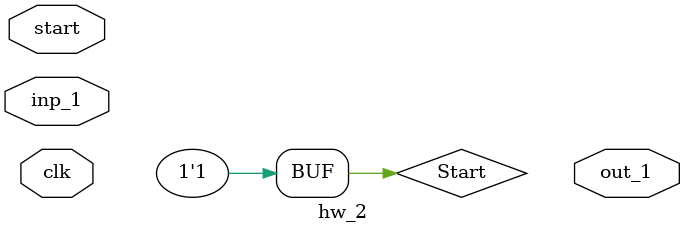
<source format=v>




module hw_2(	
		input clk,
		input start,
		input [7:0] inp_1,
		output reg [7:0] out_1
		);
		
			reg Start; 				//Start flip flop
			reg [15:0] DR, AC, IR, TR; //data reg, accumulator, instruction reg, temp reg
			reg [11:0] PC, AR;		//program counter, address reg
			reg [7:0] OUTR, INPR;		//input and output regs
			reg [3:0] SC;		//timer
			reg [2:0] D;		//instruction decoder
			reg Indirect, E, FGI, FGO, IEN, IRQ; //indirect=I flip flop
			reg [15:0] mem_ram[4096:0];			//4K memory
	
	initial
		begin
			mem_ram [0]<=16'h1030;		//1030	at address=48, I put 4. PC==1
			mem_ram [1]<=16'h1031;		//100B	at address=49, I put 5. PC==2
			mem_ram [2]<=16'h7800;		//7800 	CLA again, PC==3
			mem_ram [3]<=16'h2037;     //LDA at 48. location
			mem_ram [4]<=16'h3030;		//store at 48. location
			//mem_ram [5]<=16'h4030;	//BUN
			//mem_ram [6]<=16'h5030;	//BSA
			//mem_ram [7]<=16'h6030;	//ISZ
			mem_ram [5]<=16'h7800;		//CLA
			mem_ram [6]<=16'h7400;		//CLE
			mem_ram [7]<=16'h7200;		//CMA
			mem_ram [8]<=16'h1030;		//again ADD AC to new value coming from store instruction to show circulations
			mem_ram [9]<=16'h7080;		//CIR
			mem_ram [10]<=16'h7040;		//CIL
			mem_ram [11]<=16'h7020;		//INC
			mem_ram [12]<=16'h7010;		//SPA
			mem_ram [13]<=16'h7008;		//SNA
			mem_ram [14]<=16'h7004;		//SZA	
			mem_ram [15]<=16'h7002;		//SZE
			mem_ram [16]<=16'h7001;		//HLT
			//mem_ram [21]<=16'h7008
			mem_ram [48]<=4;
			mem_ram [49]<=5;
			mem_ram [50]<=6;
			mem_ram [51]<=7;
			mem_ram [55]<=30;

			SC<=0;		//sequence counter that counts time T1, T2...
			DR<=0;		//data register
			AC<=0;		//accumulator 
			IR<=0;		//instruction  register
			TR<=0;		//temporary register
			OUTR<=0;		//output register
			INPR<=0;		//input register
			AR<=0;		//address register
			PC<=0;		//program  counter
			
			Start<=1;		//start signal
			//actually this start given as input, delete below to apply start signalx
			//Start<=start;
			Indirect<=0;		//indirect register 
			E<=0;					//E flag register
			FGI<=0;				//FGI flag (input flag)
			FGO<=0;				//FGO flag (output flag)
			IEN<=0;				//interrupt enable
			IRQ<=0;				//interrupt request 
		end	
		
	always @(posedge clk)  //fetching and decode block
								  //if start is not  enabled, no fetch occurs, hence no operation will be carried out.
	
	begin
		if(Start==1)
		begin
			if(SC==0)			//at  SC=0, T0 case, for that case AC<-PC
				begin
					AR<=PC;
					SC<=SC+1;
				end
			else if (SC==1)	//at T1, read information from  memory to IR
				begin
					IR[15:0]<=mem_ram[AR];
					PC<=PC+1;		
					SC<=SC+1;
				end
			else if (SC==2)	//at T2
				begin
					D[2:0]<=IR[14:12];  //D is the decoded instructions
					Indirect<=IR[15];		//For controlling type of instruction such as indirect or direct
					AR[11:0]<=IR[11:0];	//address of operand or address of address of operand.
					SC<=SC+1;
				end
		end
	end
	
	always@ (posedge clk)
	begin
		if((D==3'b111)&(Indirect==1)&(SC==3))
		begin
			INPR<=inp_1;
			OUTR<=out_1;
			if(IR[11]==1)
				begin
					AC[7:0]<=INPR;		//input is received by accumualator
					FGI<=0;
					SC<=0;
				end
			else if(IR[10]==1)
				begin
					OUTR<=AC[7:0];		//output is received from accumulator
					FGO<=0;
					SC<=0;
				end
			else if (IR[9]==1)
				begin
					if(FGI==1)
					PC<=PC+1;
					SC<=0;
				end
			else if (IR[8]==1)
				begin
					if(FGO==1)
					PC<=PC+1;
					SC<=0;
				end
			else if (IR[7]==1)
				begin
					IEN<=1;			//interrupt enable signal generated			
					SC<=0;
				end
			else if (IR[6]==1)
				begin
					SC<=0;
					IEN<=0;			//interrupt disable signal generated
				end
		end
	end
	

	always @(posedge clk) 		//to regulate interrupt signal 
	begin
		
		//if T0'T1'T2'IEN(FGI+FGO), interrupt request  will be  activated
		if(((SC!=0)&(SC!=1)&(SC!=2)&(IEN==1))&((FGI==1)|(FGO==1)))    
			begin
				IRQ<=1;	
				SC<=0;
			end
		else if((IRQ==1)&(SC==0))  //at T0 & IRQ=1
			begin
				AR<=0;		//address reg is assigned by 0 to reach first row of mem. 
				TR<=PC;		//PC will be stored in the TR
				SC<=SC+1;	//then time is incremented
			end
		else if((IRQ==1)&(SC==1))  //at T1 & IRQ=1
			begin
				mem_ram[AR]<=TR;		//at the 0th loc of mem, TR stored to back to that link after interrupt
				PC<=0;			//PC will 0
				SC<=SC+1;
			end
		else if((IRQ==1)&(SC==2))  //at T2 & IRQ=1
			begin
				PC<=PC+1;		//PC incremented
				IEN<=0;			//interrupt disabled
				IRQ<=0;			//IRQ 0 and time 0
				SC<=0;
			end
	end



	always @(posedge clk) //register reference type instructions 
	begin	 
		if(((D==3'b111)&(Indirect==0))&SC==3) // (((D==3'b111)&(I==0))&&SC==3) is assigned as r in lecture notes
		begin
				if(AR[11]==1'b1)   		//clear accumulator 
					begin
					AC<=0;
					SC<=0;
					end
				else if (AR[10]==1'b1)	//clear E register
					begin
					E<=0;
					SC<=0;
					end
				else if (AR[9]==1'b1)	//complement accumulator instruction
					begin
					AC<=~AC;
					SC<=0;
					end
				else if (AR[8]==1'b1)	//complement E instruction
					begin
					E<=E;
					SC<=0;
					end
				else if (AR[7]==1'b1)	//circulate to right
					begin	
						AC[14:0]<=AC[15:1];
						E<=AC[0];
						SC<=0;
					end
				else if (AR[6]==1'b1)	//circulate to left
					begin	
						AC[15:1]<=AC[14:0];
						E<=AC[15];
						SC<=0;
					end
				else if (AR[5]==1'b1)	//increment accumulator
					begin
						AC<=AC+1;
						SC<=0;
					end
				else if (AR[4]==1'b1)	//Skip Positive accumulator
					begin
						if(AC[15]==0)
							begin
							PC<=PC+1;
							SC<=0;
							end
					end
				else if (AR[3]==1'b1)	//Skip Negative Accumulator
					begin
						if(AC[15]==1)
							begin
								PC<=PC+1;
								SC<=0;
							end
					end
				else if (AR[2]==1'b1)	//Skip Zero if AC=0
					begin
						if(AC[15:0]==16'h00)
							begin
								PC<=PC+1;
								SC<=0;
							end
					end
				else if (AR[1]==1'b1)	//Skip if E=0
					begin
						if(E==0)
							begin
								PC<=PC+1;
								SC<=0;
							end
					end
				else 							//HLT
					begin
					SC<=0;
					end
		end
		
	else if ((D!=3'b111)&(Indirect==0))		//memory reg operations, without indirect
		begin
		 if((D==3'b000))  //AND operation
			begin
				if(SC==3)
					begin
						DR<=mem_ram[AR];
						SC<=SC+1;
					end
				else if(SC==4)
					begin
						AC<=AC&DR;
						SC<=0;
					end
			end
		else if((D==3'b001))	 //ADD
			begin
				if(SC==3)
					begin
					DR<=mem_ram[AR];
					SC<=SC+1;
					end
				else if (SC==4)
					begin
					{E,AC[15:0]}<= AC+DR;
					SC<=0;
					end				
			end
		
		else if((D==3'b010))	//LOAD,LDR
			begin
				if(SC==3)
					begin
						DR<=mem_ram[AR];
						SC<=SC+1;
					end
				else if (SC==4)
					begin
						AC<=DR;
						SC<=0;
					end
			end

		else if((D==3'b011))	//store, STR
			begin
				if(SC==3)
					begin
						mem_ram[AR]<=AC[15:0];
						SC<=0;
					end
			end
		
		else if((D==3'b100))	//Branch unconditionally
			begin
				if(SC==3)
					begin
					PC<=PC+1;
					SC<=0;
					end
			end
		else if((D==3'b101))	//Branch and save return address
			begin
				if(SC==3)
					begin
					mem_ram[AR]<=PC;
					AR<=AR+1;
					SC<=SC+1;
					end
				else if (SC==4)
					begin
					PC<=AR;
					SC<=0;
					end
			end
		else if((D==3'b110))		//ISZ
			begin
				if(SC==3)
					begin
					DR<=mem_ram[AR];
					SC<=SC+1;
					end
				else if(SC==4)
					begin
					DR<=DR+1;
					SC<=SC+1;
					end
				else if(SC==5)
					begin
					mem_ram[AR]<=DR;
						if(DR==0)
						begin
							PC<=PC+1;
							SC<=0;
						end
					end
			end
		end
		
		else if(((D!=3'b111)&(Indirect==1)))	//memory reg operations with indirect.
			begin
				AR<=mem_ram[AR];
				SC<=SC+1;
				 if((D==3'b000))  //AND operation
					begin
						if(SC==4)
							begin
								DR<=mem_ram[AR];
								SC<=SC+1;
							end
						else if(SC==5)
							begin
								AC<=AC&DR;
								SC<=0;
							end
					end
				else if((D==3'b001))	 //ADD
					begin
						if(SC==4)
							begin
							DR<=mem_ram[AR];
							SC<=SC+1;
							end
						else if (SC==5)
							begin
							{E,AC[15:0]}<= AC+DR;
							SC<=0;
							end				
					end
				
				else if((D==3'b010))	//LOAD,LDR
					begin
						if(SC==4)
							begin
								DR<=mem_ram[AR];
								SC<=SC+1;
							end
						else if (SC==5)
							begin
								AC<=DR;
								SC<=0;
							end
					end

				else if((D==3'b011))	//store, STR
					begin
						if(SC==4)
							begin
								mem_ram[AR]<=AC[15:0];
								SC<=0;
							end
					end
				
				else if((D==3'b100))	//Branch unconditionally
					begin
						if(SC==5)
							begin
							PC<=PC+1;
							end
					end
				else if((D==3'b101))	//Branch and save return address
					begin
						if(SC==4)
							begin
							mem_ram[AR]<=PC;
							AR<=AR+1;
							SC<=SC+1;
							end
						else if (SC==5)
							begin
							PC<=AR;
							SC<=0;
							end
					end
				else if((D==3'b110))		//ISZ
					begin
						if(SC==4)
							begin
								DR<=mem_ram[AR];
								SC<=SC+1;
							end
						else if(SC==5)
							begin
								DR<=DR+1;
								SC<=SC+1;
							end
						else if(SC==6)
							begin
							mem_ram[AR]<=DR;
								if(DR==0)
								begin
									PC<=PC+1;
									SC<=0;
								end
							end
					end
			end
		end
		
endmodule

</source>
